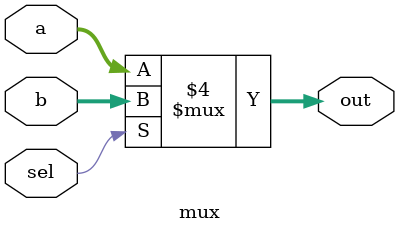
<source format=v>
module mux( 
input [4:0] a, b,
input sel,
output [4:0] out );
// When sel=0, assign a to out. 
// When sel=1, assign b to out.
always @(sel or a or b)
begin
	if (sel == 0)
	begin
	out = a;
	end
	else
	begin
	out = b;
	end
end
endmodule

</source>
